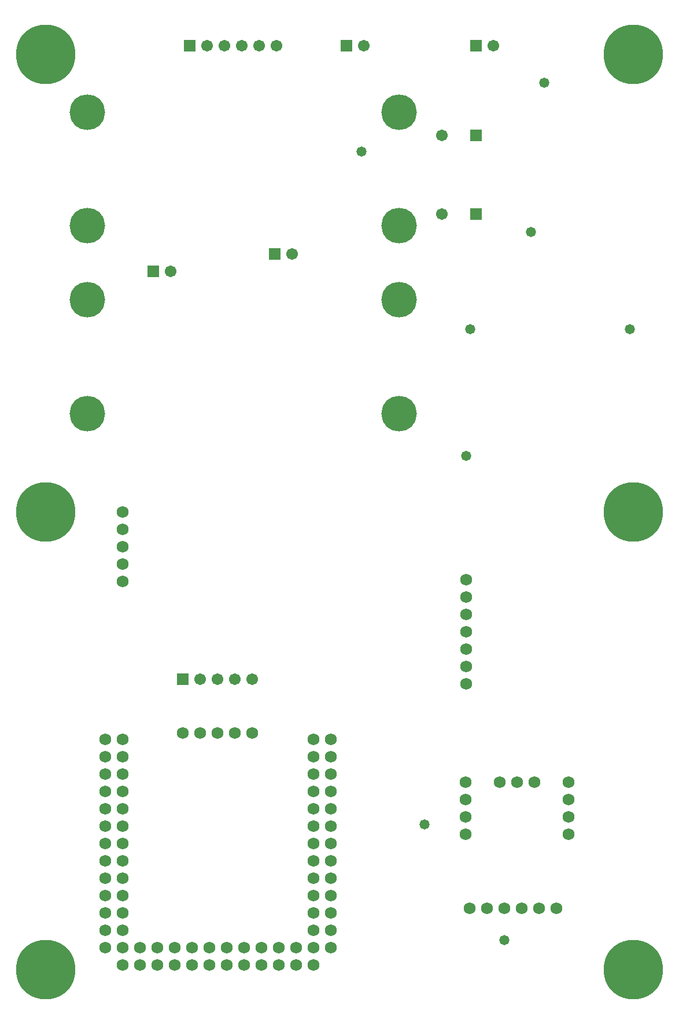
<source format=gbs>
G04*
G04 #@! TF.GenerationSoftware,Altium Limited,Altium Designer,18.1.7 (191)*
G04*
G04 Layer_Color=16711935*
%FSLAX25Y25*%
%MOIN*%
G70*
G01*
G75*
%ADD40C,0.34265*%
%ADD41C,0.20485*%
%ADD42R,0.06706X0.06706*%
%ADD43C,0.06706*%
%ADD44C,0.06800*%
%ADD45C,0.05800*%
D40*
X27559Y31496D02*
D03*
Y295275D02*
D03*
Y559055D02*
D03*
X366071Y31496D02*
D03*
Y295433D02*
D03*
Y559055D02*
D03*
D41*
X51339Y417540D02*
D03*
Y352146D02*
D03*
X231142Y417540D02*
D03*
Y352146D02*
D03*
X51339Y460414D02*
D03*
Y525808D02*
D03*
X231142Y460414D02*
D03*
Y525808D02*
D03*
D42*
X200630Y563976D02*
D03*
X106496Y198819D02*
D03*
X275591Y512303D02*
D03*
Y467028D02*
D03*
X275512Y563976D02*
D03*
X110433D02*
D03*
X159291Y443898D02*
D03*
X89567Y434055D02*
D03*
D43*
X210630Y563976D02*
D03*
X116496Y198819D02*
D03*
X126496D02*
D03*
X136496D02*
D03*
X146496D02*
D03*
X255905Y512303D02*
D03*
Y467028D02*
D03*
X285512Y563976D02*
D03*
X160433D02*
D03*
X150433D02*
D03*
X140433D02*
D03*
X130433D02*
D03*
X120433D02*
D03*
X169291Y443898D02*
D03*
X99567Y434055D02*
D03*
D44*
X269685Y196221D02*
D03*
Y206221D02*
D03*
Y216220D02*
D03*
Y226220D02*
D03*
Y236221D02*
D03*
Y246220D02*
D03*
Y256221D02*
D03*
X269528Y139764D02*
D03*
Y129764D02*
D03*
Y119764D02*
D03*
Y109764D02*
D03*
X328898D02*
D03*
Y119764D02*
D03*
Y129764D02*
D03*
Y139764D02*
D03*
X289213D02*
D03*
X299213D02*
D03*
X309213D02*
D03*
X321654Y66929D02*
D03*
X311654D02*
D03*
X301654D02*
D03*
X291654D02*
D03*
X281654D02*
D03*
X271654D02*
D03*
X106496Y168111D02*
D03*
X116496D02*
D03*
X126496D02*
D03*
X136496D02*
D03*
X146496D02*
D03*
X61851Y164173D02*
D03*
X71851D02*
D03*
Y154174D02*
D03*
Y144174D02*
D03*
Y134174D02*
D03*
Y124173D02*
D03*
Y114173D02*
D03*
Y104174D02*
D03*
Y94174D02*
D03*
Y84174D02*
D03*
Y74173D02*
D03*
Y64174D02*
D03*
Y54173D02*
D03*
Y34174D02*
D03*
X61851Y154174D02*
D03*
Y144174D02*
D03*
Y134174D02*
D03*
Y124173D02*
D03*
Y114173D02*
D03*
Y104174D02*
D03*
Y94174D02*
D03*
Y84174D02*
D03*
Y74173D02*
D03*
Y64174D02*
D03*
Y54173D02*
D03*
Y44173D02*
D03*
X71851D02*
D03*
X81851D02*
D03*
X91851D02*
D03*
X101851D02*
D03*
X111851D02*
D03*
X121851D02*
D03*
X131851D02*
D03*
X141851D02*
D03*
X151851D02*
D03*
X161851D02*
D03*
X171851D02*
D03*
X181851D02*
D03*
X191851D02*
D03*
X181851Y54173D02*
D03*
Y64174D02*
D03*
Y74173D02*
D03*
Y84174D02*
D03*
Y94174D02*
D03*
Y104174D02*
D03*
Y114173D02*
D03*
Y124173D02*
D03*
Y134174D02*
D03*
Y144174D02*
D03*
Y154174D02*
D03*
X191851Y54173D02*
D03*
Y64174D02*
D03*
Y74173D02*
D03*
Y84174D02*
D03*
Y94174D02*
D03*
Y104174D02*
D03*
Y114173D02*
D03*
Y124173D02*
D03*
Y134174D02*
D03*
Y144174D02*
D03*
Y154174D02*
D03*
X181851Y34174D02*
D03*
Y164173D02*
D03*
X191851D02*
D03*
X171851Y34174D02*
D03*
X161851D02*
D03*
X151851D02*
D03*
X141851D02*
D03*
X131851D02*
D03*
X121851D02*
D03*
X111851D02*
D03*
X101851D02*
D03*
X91851D02*
D03*
X81851D02*
D03*
X71693Y295433D02*
D03*
Y285433D02*
D03*
Y275433D02*
D03*
Y265433D02*
D03*
Y255433D02*
D03*
D45*
X14764Y31496D02*
D03*
X27559Y18701D02*
D03*
Y44291D02*
D03*
X40354Y31496D02*
D03*
X27559Y282480D02*
D03*
X14764Y295275D02*
D03*
X27559Y308071D02*
D03*
X40354Y295275D02*
D03*
X14764Y559055D02*
D03*
X27559Y546260D02*
D03*
Y571850D02*
D03*
X40354Y559055D02*
D03*
X353276Y31496D02*
D03*
X366071Y18701D02*
D03*
Y44291D02*
D03*
X378866Y31496D02*
D03*
X353276Y295433D02*
D03*
X366071Y282638D02*
D03*
X378866Y295433D02*
D03*
X272199Y400591D02*
D03*
X307087Y456693D02*
D03*
X314764Y542637D02*
D03*
X366071Y308228D02*
D03*
X364173Y400591D02*
D03*
X353276Y559055D02*
D03*
X366071Y546260D02*
D03*
Y571850D02*
D03*
X378866Y559055D02*
D03*
X209488Y503110D02*
D03*
X291654Y48806D02*
D03*
X245924Y115157D02*
D03*
X269685Y327756D02*
D03*
M02*

</source>
